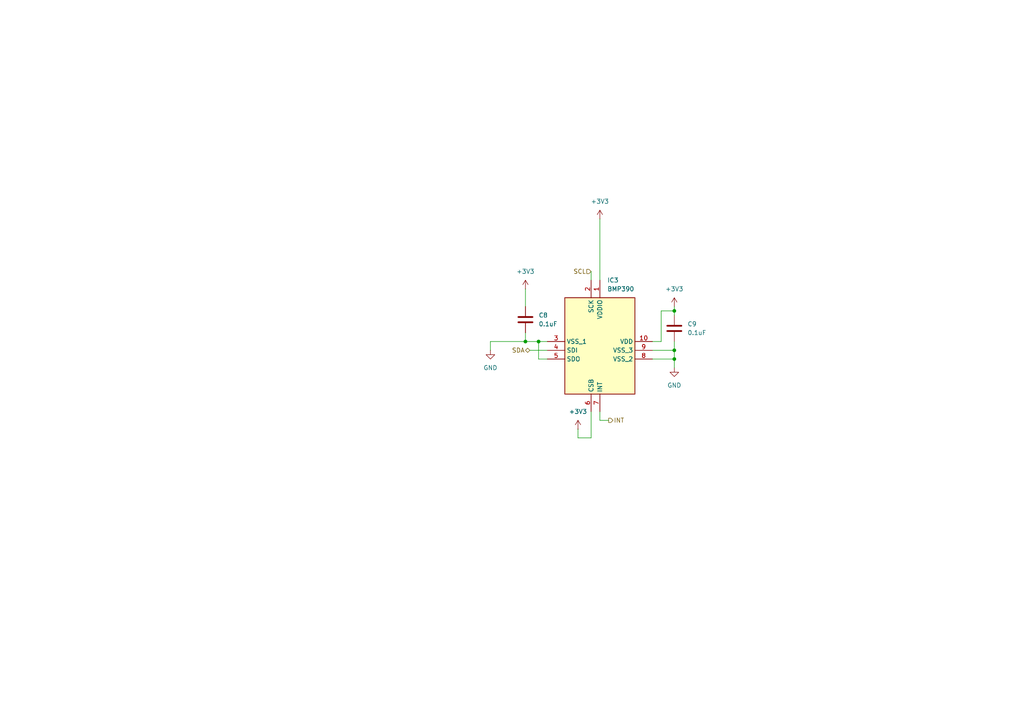
<source format=kicad_sch>
(kicad_sch (version 20250114) (generator "eeschema") (generator_version "9.0")
  (paper "A4")
  (lib_symbols
    (symbol "Device:C" (pin_numbers (hide yes)) (pin_names (offset 0.254))
      (property "Reference" "C" (at 0.635 2.54 0))
      (property "Value" "C" (at 0.635 -2.54 0))
      (symbol "C_0_1"
        (polyline (pts (xy -2.032 0.762) (xy 2.032 0.762)) (stroke (width 0.508)))
        (polyline (pts (xy -2.032 -0.762) (xy 2.032 -0.762)) (stroke (width 0.508)))
      )
      (symbol "C_1_1"
        (pin passive line (at 0 3.81 270) (length 2.794) (name "~") (number "1"))
        (pin passive line (at 0 -3.81 90) (length 2.794) (name "~") (number "2"))
      )
    )
    (symbol "SamacSys_Parts:BMP390"
      (property "Reference" "IC" (at 26.67 17.78 0))
      (property "Value" "BMP390" (at 26.67 15.24 0))
      (symbol "BMP390_1_1"
        (rectangle (start 5.08 12.7) (end 25.4 -15.24) (stroke (width 0.254)) (fill (type background)))
        (pin passive line (at 0 0 0) (length 5.08) (name "VSS_1") (number "3"))
        (pin passive line (at 0 -2.54 0) (length 5.08) (name "SDI") (number "4"))
        (pin passive line (at 0 -5.08 0) (length 5.08) (name "SDO") (number "5"))
        (pin passive line (at 12.7 17.78 270) (length 5.08) (name "SCK") (number "2"))
        (pin passive line (at 12.7 -20.32 90) (length 5.08) (name "CSB") (number "6"))
        (pin passive line (at 15.24 17.78 270) (length 5.08) (name "VDDIO") (number "1"))
        (pin passive line (at 15.24 -20.32 90) (length 5.08) (name "INT") (number "7"))
        (pin passive line (at 30.48 0 180) (length 5.08) (name "VDD") (number "10"))
        (pin passive line (at 30.48 -2.54 180) (length 5.08) (name "VSS_3") (number "9"))
        (pin passive line (at 30.48 -5.08 180) (length 5.08) (name "VSS_2") (number "8"))
      )
    )
    (symbol "power:+3V3" (power) (pin_numbers (hide yes)) (pin_names (offset 0) (hide yes))
      (property "Value" "+3V3" (at 0 3.556 0))
      (symbol "+3V3_0_1"
        (polyline (pts (xy -0.762 1.27) (xy 0 2.54)))
        (polyline (pts (xy 0 2.54) (xy 0.762 1.27)))
        (polyline (pts (xy 0 0) (xy 0 2.54)))
      )
      (symbol "+3V3_1_1"
        (pin power_in line (at 0 0 90) (length 0) (name "~") (number "1"))
      )
    )
    (symbol "power:GND" (power) (pin_numbers (hide yes)) (pin_names (offset 0) (hide yes))
      (property "Value" "GND" (at 0 -3.81 0))
      (symbol "GND_0_1"
        (polyline (pts (xy 0 0) (xy 0 -1.27) (xy 1.27 -1.27) (xy 0 -2.54) (xy -1.27 -1.27) (xy 0 -1.27)))
      )
      (symbol "GND_1_1"
        (pin power_in line (at 0 0 270) (length 0) (name "~") (number "1"))
      )
    )
  )
  (junction (at 195.58 101.6))
  (junction (at 156.21 99.06))
  (junction (at 195.58 104.14))
  (junction (at 195.58 90.17))
  (junction (at 152.4 99.06))
  (wire (pts (xy 171.45 78.74) (xy 171.45 81.28)))
  (wire (pts (xy 195.58 90.17) (xy 195.58 91.44)))
  (wire (pts (xy 156.21 104.14) (xy 156.21 99.06)))
  (wire (pts (xy 158.75 104.14) (xy 156.21 104.14)))
  (wire (pts (xy 173.99 121.92) (xy 176.53 121.92)))
  (wire (pts (xy 195.58 88.9) (xy 195.58 90.17)))
  (wire (pts (xy 173.99 119.38) (xy 173.99 121.92)))
  (wire (pts (xy 189.23 104.14) (xy 195.58 104.14)))
  (wire (pts (xy 152.4 83.82) (xy 152.4 88.9)))
  (wire (pts (xy 171.45 127) (xy 167.64 127)))
  (wire (pts (xy 195.58 104.14) (xy 195.58 106.68)))
  (wire (pts (xy 195.58 104.14) (xy 195.58 101.6)))
  (wire (pts (xy 152.4 99.06) (xy 156.21 99.06)))
  (wire (pts (xy 173.99 63.5) (xy 173.99 81.28)))
  (wire (pts (xy 195.58 101.6) (xy 195.58 99.06)))
  (wire (pts (xy 142.24 99.06) (xy 142.24 101.6)))
  (wire (pts (xy 189.23 101.6) (xy 195.58 101.6)))
  (wire (pts (xy 153.67 101.6) (xy 158.75 101.6)))
  (wire (pts (xy 167.64 124.46) (xy 167.64 127)))
  (wire (pts (xy 142.24 99.06) (xy 152.4 99.06)))
  (wire (pts (xy 191.77 99.06) (xy 191.77 90.17)))
  (wire (pts (xy 171.45 119.38) (xy 171.45 127)))
  (wire (pts (xy 156.21 99.06) (xy 158.75 99.06)))
  (wire (pts (xy 191.77 90.17) (xy 195.58 90.17)))
  (wire (pts (xy 189.23 99.06) (xy 191.77 99.06)))
  (wire (pts (xy 152.4 96.52) (xy 152.4 99.06)))
  (hierarchical_label "INT" (shape output) (at 176.53 121.92 0))
  (hierarchical_label "SDA" (shape bidirectional) (at 153.67 101.6 180))
  (hierarchical_label "SCL" (shape input) (at 171.45 78.74 180))
  (symbol (lib_id "power:+3V3") (at 152.4 83.82 0) (unit 1)
    (property "Reference" "#PWR018" (effects (hide yes)))
    (property "Value" "+3V3" (at 152.4 78.74 0))
    (property "Description" "Power symbol creates a global label with name \"+3V3\"" (effects (hide yes)))
  )
  (symbol (lib_id "power:GND") (at 195.58 106.68 0) (unit 1)
    (property "Reference" "#PWR021" (effects (hide yes)))
    (property "Value" "GND" (at 195.58 111.76 0))
    (property "Description" "Power symbol creates a global label with name \"GND\" , ground" (effects (hide yes)))
  )
  (symbol (lib_id "power:+3V3") (at 167.64 124.46 0) (unit 1)
    (property "Reference" "#PWR019" (effects (hide yes)))
    (property "Value" "+3V3" (at 167.64 119.38 0))
    (property "Description" "Power symbol creates a global label with name \"+3V3\"" (effects (hide yes)))
  )
  (symbol (lib_id "Device:C") (at 152.4 92.71 0) (unit 1)
    (property "Reference" "C8" (at 156.21 91.4399 0) (effects (justify left)))
    (property "Value" "0.1uF" (at 156.21 93.9799 0) (effects (justify left)))
    (property "Footprint" "Capacitor_SMD:C_0402_1005Metric" (effects (hide yes)))
    (property "Description" "Unpolarized capacitor" (effects (hide yes)))
  )
  (symbol (lib_id "power:+3V3") (at 173.99 63.5 0) (unit 1)
    (property "Reference" "#PWR016" (effects (hide yes)))
    (property "Value" "+3V3" (at 173.99 58.42 0))
    (property "Description" "Power symbol creates a global label with name \"+3V3\"" (effects (hide yes)))
  )
  (symbol (lib_id "power:+3V3") (at 195.58 88.9 0) (unit 1)
    (property "Reference" "#PWR020" (effects (hide yes)))
    (property "Value" "+3V3" (at 195.58 83.82 0))
    (property "Description" "Power symbol creates a global label with name \"+3V3\"" (effects (hide yes)))
  )
  (symbol (lib_id "power:GND") (at 142.24 101.6 0) (unit 1)
    (property "Reference" "#PWR017" (effects (hide yes)))
    (property "Value" "GND" (at 142.24 106.68 0))
    (property "Description" "Power symbol creates a global label with name \"GND\" , ground" (effects (hide yes)))
  )
  (symbol (lib_id "SamacSys_Parts:BMP390") (at 158.75 99.06 0) (unit 1)
    (property "Reference" "IC3" (at 176.1333 81.28 0) (effects (justify left)))
    (property "Value" "BMP390" (at 176.1333 83.82 0) (effects (justify left)))
    (property "Footprint" "SamacSys_Parts:BMP390" (effects (hide yes)))
    (property "Datasheet" "https://www.bosch-sensortec.com/media/boschsensortec/downloads/datasheets/bst-bmp390-ds002.pdf" (effects (hide yes)))
    (property "Description" "Board Mount Pressure Sensors" (effects (hide yes)))
    (property "Height" "0.8" (effects (hide yes)))
    (property "Mouser Part Number" "262-BMP390" (effects (hide yes)))
    (property "Mouser Price/Stock" "https://www.mouser.co.uk/ProductDetail/Bosch-Sensortec/BMP390?qs=QNEnbhJQKvYQVfvRMgo2YA%3D%3D" (effects (hide yes)))
    (property "Manufacturer_Name" "BOSCH" (effects (hide yes)))
    (property "Manufacturer_Part_Number" "BMP390" (effects (hide yes)))
  )
  (symbol (lib_id "Device:C") (at 195.58 95.25 0) (unit 1)
    (property "Reference" "C9" (at 199.39 93.9799 0) (effects (justify left)))
    (property "Value" "0.1uF" (at 199.39 96.5199 0) (effects (justify left)))
    (property "Footprint" "Capacitor_SMD:C_0402_1005Metric" (effects (hide yes)))
    (property "Description" "Unpolarized capacitor" (effects (hide yes)))
  )
)
</source>
